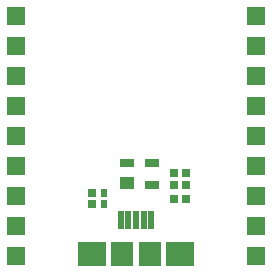
<source format=gbs>
G04 Layer_Color=16711935*
%FSLAX44Y44*%
%MOMM*%
G71*
G01*
G75*
%ADD46R,1.2000X0.7000*%
%ADD56R,0.7000X0.6500*%
%ADD57R,0.6000X0.7500*%
%ADD64R,0.6500X0.7000*%
%ADD65R,1.6000X1.6000*%
%ADD67R,2.4000X2.0000*%
%ADD68R,0.5000X1.5000*%
%ADD69R,1.8750X2.0000*%
%ADD70R,1.2000X1.1000*%
D46*
X512750Y1397000D02*
D03*
X533750D02*
D03*
Y1378000D02*
D03*
D56*
X552000Y1366500D02*
D03*
X562000D02*
D03*
D57*
X493000Y1371500D02*
D03*
Y1362000D02*
D03*
D64*
X562000Y1388000D02*
D03*
Y1378000D02*
D03*
X483000Y1361750D02*
D03*
Y1371750D02*
D03*
X552000Y1378000D02*
D03*
Y1388000D02*
D03*
D65*
X418400Y1496200D02*
D03*
Y1318400D02*
D03*
Y1343800D02*
D03*
Y1369200D02*
D03*
Y1394600D02*
D03*
Y1420000D02*
D03*
Y1445400D02*
D03*
Y1470800D02*
D03*
Y1521600D02*
D03*
X621600Y1470800D02*
D03*
Y1445400D02*
D03*
Y1420000D02*
D03*
Y1394600D02*
D03*
Y1369200D02*
D03*
Y1343800D02*
D03*
Y1318400D02*
D03*
Y1496200D02*
D03*
Y1521600D02*
D03*
D67*
X482500Y1320000D02*
D03*
X557500D02*
D03*
D68*
X507000Y1348500D02*
D03*
X513500D02*
D03*
X520000D02*
D03*
X526500D02*
D03*
X533000D02*
D03*
D69*
X508375Y1320000D02*
D03*
X531625D02*
D03*
D70*
X512750Y1380000D02*
D03*
M02*

</source>
